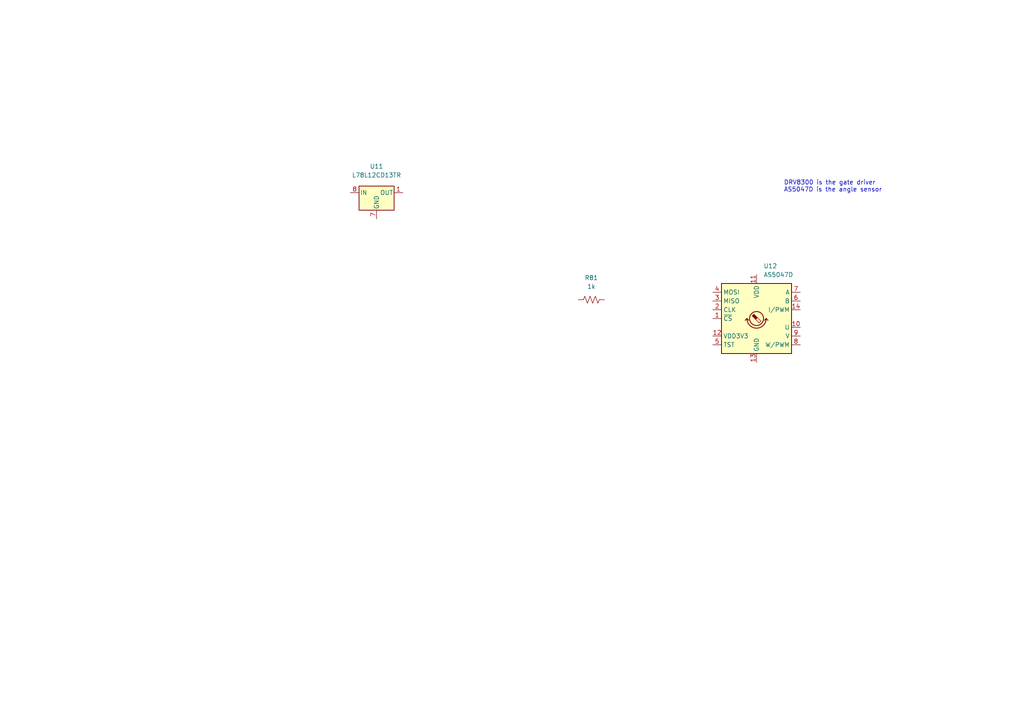
<source format=kicad_sch>
(kicad_sch (version 20211123) (generator eeschema)
  (paper "A4")
  (lib_symbols
    (symbol "Device:R_US" (pin_numbers hide) (pin_names (offset 0))
      (property "Reference" "R" (at 2.54 0 90))
      (property "Value" "R_US" (at -2.54 0 90))
      (symbol "R_US_0_1"
        (polyline (pts (xy 0 -2.286) (xy 0 -2.54)))
        (polyline (pts (xy 0 2.286) (xy 0 2.54)))
        (polyline (pts (xy 0 -0.762) (xy 1.016 -1.143) (xy 0 -1.524) (xy -1.016 -1.905) (xy 0 -2.286)))
        (polyline (pts (xy 0 0.762) (xy 1.016 0.381) (xy 0 0) (xy -1.016 -0.381) (xy 0 -0.762)))
        (polyline (pts (xy 0 2.286) (xy 1.016 1.905) (xy 0 1.524) (xy -1.016 1.143) (xy 0 0.762)))
      )
      (symbol "R_US_1_1"
        (pin passive line (at 0 3.81 270) (length 1.27) (name "~") (number "1"))
        (pin passive line (at 0 -3.81 90) (length 1.27) (name "~") (number "2"))
      )
    )
    (symbol "Regulator_Linear:L78L12_SO8" (pin_names (offset 0.254))
      (property "Reference" "U" (at -3.81 3.175 0))
      (property "Value" "L78L12_SO8" (at 0 3.175 0))
      (symbol "L78L12_SO8_0_1"
        (rectangle (start -5.08 1.905) (end 5.08 -5.08) (stroke (width 0.254)) (fill (type background)))
      )
      (symbol "L78L12_SO8_1_1"
        (pin power_out line (at 7.62 0 180) (length 2.54) (name "OUT") (number "1"))
        (pin passive line (at 0 -7.62 90) (length 2.54) hide (name "GND") (number "2"))
        (pin passive line (at 0 -7.62 90) (length 2.54) hide (name "GND") (number "3"))
        (pin no_connect line (at -5.08 -2.54 0) (length 2.54) hide (name "NC") (number "4"))
        (pin no_connect line (at 5.08 -2.54 180) (length 2.54) hide (name "NC") (number "5"))
        (pin passive line (at 0 -7.62 90) (length 2.54) hide (name "GND") (number "6"))
        (pin power_in line (at 0 -7.62 90) (length 2.54) (name "GND") (number "7"))
        (pin power_in line (at -7.62 0 0) (length 2.54) (name "IN") (number "8"))
      )
    )
    (symbol "Sensor_Magnetic:AS5047D"
      (property "Reference" "U" (at -8.89 11.43 0))
      (property "Value" "AS5047D" (at 5.08 11.43 0))
      (symbol "AS5047D_1_1"
        (rectangle (start -10.16 10.16) (end 10.16 -10.16) (stroke (width 0.254)) (fill (type background)))
        (arc (start -2.794 0) (mid 0 -2.794) (end 2.794 0) (stroke (width 0.254)))
        (polyline (pts (xy -2.794 0) (xy -3.302 -0.508)) (stroke (width 0.254)))
        (polyline (pts (xy -2.794 0) (xy -2.286 -0.508)) (stroke (width 0.254)))
        (polyline (pts (xy 2.794 0) (xy 2.286 -0.508)) (stroke (width 0.254)))
        (polyline (pts (xy 2.794 0) (xy 3.302 -0.508)) (stroke (width 0.254)))
        (polyline (pts (xy 0.254 0.254) (xy 1.27 -0.762) (xy 0.762 -1.27) (xy -0.254 -0.254)))
        (polyline (pts (xy -0.762 1.27) (xy 0.254 0.254) (xy -0.254 -0.254) (xy -1.27 0.762) (xy -1.016 1.016) (xy -0.762 1.27) (xy -0.635 1.143)) (fill (type outline)))
        (circle (center 0 0) (radius 2.032) (stroke (width 0.254)))
        (pin input line (at -12.7 0 0) (length 2.54) (name "~{CS}") (number "1"))
        (pin output line (at 12.7 -2.54 180) (length 2.54) (name "U") (number "10"))
        (pin power_in line (at 0 12.7 270) (length 2.54) (name "VDD") (number "11"))
        (pin power_out line (at -12.7 -5.08 0) (length 2.54) (name "VDD3V3") (number "12"))
        (pin power_in line (at 0 -12.7 90) (length 2.54) (name "GND") (number "13"))
        (pin output line (at 12.7 2.54 180) (length 2.54) (name "I/PWM") (number "14"))
        (pin input line (at -12.7 2.54 0) (length 2.54) (name "CLK") (number "2"))
        (pin output line (at -12.7 5.08 0) (length 2.54) (name "MISO") (number "3"))
        (pin input line (at -12.7 7.62 0) (length 2.54) (name "MOSI") (number "4"))
        (pin input line (at -12.7 -7.62 0) (length 2.54) (name "TST") (number "5"))
        (pin output line (at 12.7 5.08 180) (length 2.54) (name "B") (number "6"))
        (pin output line (at 12.7 7.62 180) (length 2.54) (name "A") (number "7"))
        (pin output line (at 12.7 -7.62 180) (length 2.54) (name "W/PWM") (number "8"))
        (pin output line (at 12.7 -5.08 180) (length 2.54) (name "V") (number "9"))
      )
    )
  )
  (text "DRV8300 is the gate driver\nAS5047D is the angle sensor\n" (at 227.33 55.88 0) (effects (font (size 1.27 1.27)) (justify left bottom)))
  (symbol (lib_id "Sensor_Magnetic:AS5047D") (at 219.4281 92.3867 0) (unit 1)
    (property "Reference" "U12" (at 221.4475 77.1467 0) (effects (justify left)))
    (property "Value" "AS5047D" (at 221.4475 79.6867 0) (effects (justify left)))
    (property "Footprint" "Package_SO:TSSOP-14_4.4x5mm_P0.65mm" (effects hide))
    (property "Datasheet" "https://ams.com/documents/20143/36005/AS5047D_DS000394_2-00.pdf" (effects hide))
  )
  (symbol (lib_id "Device:R_US") (at 171.5182 86.9308 270) (unit 1)
    (property "Reference" "R81" (at 171.5182 80.5808 90))
    (property "Value" "1k" (at 171.5182 83.1208 90))
    (property "Footprint" "Resistor_SMD:R_0805_2012Metric_Pad1.20x1.40mm_HandSolder" (effects hide))
    (property "part_number" "RC0805JR-131KL" (effects hide))
  )
  (symbol (lib_id "Regulator_Linear:L78L12_SO8") (at 109.22 55.88 0) (unit 1)
    (property "Reference" "U11" (at 109.22 48.26 0))
    (property "Value" "L78L12CD13TR" (at 109.22 50.8 0))
    (property "Footprint" "Package_SO:SOIC-8_3.9x4.9mm_P1.27mm" (effects hide))
    (property "Datasheet" "http://www.st.com/content/ccc/resource/technical/document/datasheet/15/55/e5/aa/23/5b/43/fd/CD00000446.pdf/files/CD00000446.pdf/jcr:content/translations/en.CD00000446.pdf" (effects hide))
  )
)
</source>
